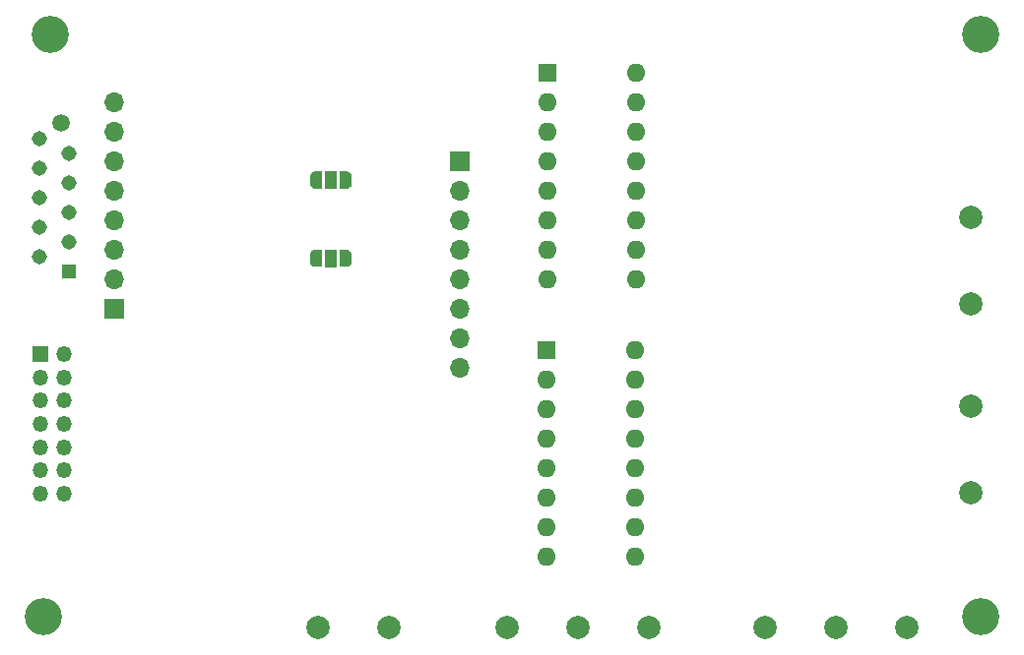
<source format=gbr>
G04 #@! TF.GenerationSoftware,KiCad,Pcbnew,(5.1.9-0-10_14)*
G04 #@! TF.CreationDate,2021-05-04T17:31:03+02:00*
G04 #@! TF.ProjectId,dac-i2s-nos,6461632d-6932-4732-9d6e-6f732e6b6963,rev?*
G04 #@! TF.SameCoordinates,Original*
G04 #@! TF.FileFunction,Soldermask,Bot*
G04 #@! TF.FilePolarity,Negative*
%FSLAX46Y46*%
G04 Gerber Fmt 4.6, Leading zero omitted, Abs format (unit mm)*
G04 Created by KiCad (PCBNEW (5.1.9-0-10_14)) date 2021-05-04 17:31:03*
%MOMM*%
%LPD*%
G01*
G04 APERTURE LIST*
%ADD10O,1.350000X1.350000*%
%ADD11R,1.350000X1.350000*%
%ADD12O,1.700000X1.700000*%
%ADD13R,1.700000X1.700000*%
%ADD14C,2.000000*%
%ADD15O,1.600000X1.600000*%
%ADD16R,1.600000X1.600000*%
%ADD17R,1.000000X1.500000*%
%ADD18C,0.100000*%
%ADD19R,1.308000X1.308000*%
%ADD20C,1.308000*%
%ADD21C,1.500000*%
%ADD22C,3.200000*%
G04 APERTURE END LIST*
D10*
X114808000Y-105599000D03*
X112808000Y-105599000D03*
X114808000Y-103599000D03*
X112808000Y-103599000D03*
X114808000Y-101599000D03*
X112808000Y-101599000D03*
X114808000Y-99599000D03*
X112808000Y-99599000D03*
X114808000Y-97599000D03*
X112808000Y-97599000D03*
X114808000Y-95599000D03*
X112808000Y-95599000D03*
X114808000Y-93599000D03*
D11*
X112808000Y-93599000D03*
D12*
X148844000Y-94742000D03*
X148844000Y-92202000D03*
X148844000Y-89662000D03*
X148844000Y-87122000D03*
X148844000Y-84582000D03*
X148844000Y-82042000D03*
X148844000Y-79502000D03*
D13*
X148844000Y-76962000D03*
D14*
X192786000Y-98044000D03*
X192786000Y-105537000D03*
D15*
X163978000Y-93218000D03*
X156358000Y-110998000D03*
X163978000Y-95758000D03*
X156358000Y-108458000D03*
X163978000Y-98298000D03*
X156358000Y-105918000D03*
X163978000Y-100838000D03*
X156358000Y-103378000D03*
X163978000Y-103378000D03*
X156358000Y-100838000D03*
X163978000Y-105918000D03*
X156358000Y-98298000D03*
X163978000Y-108458000D03*
X156358000Y-95758000D03*
X163978000Y-110998000D03*
D16*
X156358000Y-93218000D03*
D14*
X181229000Y-117157500D03*
X175133000Y-117157500D03*
X187325000Y-117157500D03*
X192786000Y-89281000D03*
X192786000Y-81788000D03*
X159004000Y-117157500D03*
X152908000Y-117157500D03*
X165100000Y-117157500D03*
D15*
X164002501Y-69393001D03*
X156382501Y-87173001D03*
X164002501Y-71933001D03*
X156382501Y-84633001D03*
X164002501Y-74473001D03*
X156382501Y-82093001D03*
X164002501Y-77013001D03*
X156382501Y-79553001D03*
X164002501Y-79553001D03*
X156382501Y-77013001D03*
X164002501Y-82093001D03*
X156382501Y-74473001D03*
X164002501Y-84633001D03*
X156382501Y-71933001D03*
X164002501Y-87173001D03*
D16*
X156382501Y-69393001D03*
D17*
X137795000Y-78613000D03*
D18*
G36*
X139095000Y-77863602D02*
G01*
X139119534Y-77863602D01*
X139168365Y-77868412D01*
X139216490Y-77877984D01*
X139263445Y-77892228D01*
X139308778Y-77911005D01*
X139352051Y-77934136D01*
X139392850Y-77961396D01*
X139430779Y-77992524D01*
X139465476Y-78027221D01*
X139496604Y-78065150D01*
X139523864Y-78105949D01*
X139546995Y-78149222D01*
X139565772Y-78194555D01*
X139580016Y-78241510D01*
X139589588Y-78289635D01*
X139594398Y-78338466D01*
X139594398Y-78363000D01*
X139595000Y-78363000D01*
X139595000Y-78863000D01*
X139594398Y-78863000D01*
X139594398Y-78887534D01*
X139589588Y-78936365D01*
X139580016Y-78984490D01*
X139565772Y-79031445D01*
X139546995Y-79076778D01*
X139523864Y-79120051D01*
X139496604Y-79160850D01*
X139465476Y-79198779D01*
X139430779Y-79233476D01*
X139392850Y-79264604D01*
X139352051Y-79291864D01*
X139308778Y-79314995D01*
X139263445Y-79333772D01*
X139216490Y-79348016D01*
X139168365Y-79357588D01*
X139119534Y-79362398D01*
X139095000Y-79362398D01*
X139095000Y-79363000D01*
X138545000Y-79363000D01*
X138545000Y-77863000D01*
X139095000Y-77863000D01*
X139095000Y-77863602D01*
G37*
G36*
X137045000Y-79363000D02*
G01*
X136495000Y-79363000D01*
X136495000Y-79362398D01*
X136470466Y-79362398D01*
X136421635Y-79357588D01*
X136373510Y-79348016D01*
X136326555Y-79333772D01*
X136281222Y-79314995D01*
X136237949Y-79291864D01*
X136197150Y-79264604D01*
X136159221Y-79233476D01*
X136124524Y-79198779D01*
X136093396Y-79160850D01*
X136066136Y-79120051D01*
X136043005Y-79076778D01*
X136024228Y-79031445D01*
X136009984Y-78984490D01*
X136000412Y-78936365D01*
X135995602Y-78887534D01*
X135995602Y-78863000D01*
X135995000Y-78863000D01*
X135995000Y-78363000D01*
X135995602Y-78363000D01*
X135995602Y-78338466D01*
X136000412Y-78289635D01*
X136009984Y-78241510D01*
X136024228Y-78194555D01*
X136043005Y-78149222D01*
X136066136Y-78105949D01*
X136093396Y-78065150D01*
X136124524Y-78027221D01*
X136159221Y-77992524D01*
X136197150Y-77961396D01*
X136237949Y-77934136D01*
X136281222Y-77911005D01*
X136326555Y-77892228D01*
X136373510Y-77877984D01*
X136421635Y-77868412D01*
X136470466Y-77863602D01*
X136495000Y-77863602D01*
X136495000Y-77863000D01*
X137045000Y-77863000D01*
X137045000Y-79363000D01*
G37*
D17*
X137765000Y-85344000D03*
D18*
G36*
X139065000Y-84594602D02*
G01*
X139089534Y-84594602D01*
X139138365Y-84599412D01*
X139186490Y-84608984D01*
X139233445Y-84623228D01*
X139278778Y-84642005D01*
X139322051Y-84665136D01*
X139362850Y-84692396D01*
X139400779Y-84723524D01*
X139435476Y-84758221D01*
X139466604Y-84796150D01*
X139493864Y-84836949D01*
X139516995Y-84880222D01*
X139535772Y-84925555D01*
X139550016Y-84972510D01*
X139559588Y-85020635D01*
X139564398Y-85069466D01*
X139564398Y-85094000D01*
X139565000Y-85094000D01*
X139565000Y-85594000D01*
X139564398Y-85594000D01*
X139564398Y-85618534D01*
X139559588Y-85667365D01*
X139550016Y-85715490D01*
X139535772Y-85762445D01*
X139516995Y-85807778D01*
X139493864Y-85851051D01*
X139466604Y-85891850D01*
X139435476Y-85929779D01*
X139400779Y-85964476D01*
X139362850Y-85995604D01*
X139322051Y-86022864D01*
X139278778Y-86045995D01*
X139233445Y-86064772D01*
X139186490Y-86079016D01*
X139138365Y-86088588D01*
X139089534Y-86093398D01*
X139065000Y-86093398D01*
X139065000Y-86094000D01*
X138515000Y-86094000D01*
X138515000Y-84594000D01*
X139065000Y-84594000D01*
X139065000Y-84594602D01*
G37*
G36*
X137015000Y-86094000D02*
G01*
X136465000Y-86094000D01*
X136465000Y-86093398D01*
X136440466Y-86093398D01*
X136391635Y-86088588D01*
X136343510Y-86079016D01*
X136296555Y-86064772D01*
X136251222Y-86045995D01*
X136207949Y-86022864D01*
X136167150Y-85995604D01*
X136129221Y-85964476D01*
X136094524Y-85929779D01*
X136063396Y-85891850D01*
X136036136Y-85851051D01*
X136013005Y-85807778D01*
X135994228Y-85762445D01*
X135979984Y-85715490D01*
X135970412Y-85667365D01*
X135965602Y-85618534D01*
X135965602Y-85594000D01*
X135965000Y-85594000D01*
X135965000Y-85094000D01*
X135965602Y-85094000D01*
X135965602Y-85069466D01*
X135970412Y-85020635D01*
X135979984Y-84972510D01*
X135994228Y-84925555D01*
X136013005Y-84880222D01*
X136036136Y-84836949D01*
X136063396Y-84796150D01*
X136094524Y-84758221D01*
X136129221Y-84723524D01*
X136167150Y-84692396D01*
X136207949Y-84665136D01*
X136251222Y-84642005D01*
X136296555Y-84623228D01*
X136343510Y-84608984D01*
X136391635Y-84599412D01*
X136440466Y-84594602D01*
X136465000Y-84594602D01*
X136465000Y-84594000D01*
X137015000Y-84594000D01*
X137015000Y-86094000D01*
G37*
D19*
X115294000Y-86490000D03*
D20*
X112754000Y-85220000D03*
X115294000Y-83950000D03*
X112754000Y-82680000D03*
X115294000Y-81410000D03*
X112754000Y-80140000D03*
X115294000Y-78870000D03*
X112754000Y-77600000D03*
X115294000Y-76330000D03*
X112754000Y-75060000D03*
D21*
X114554000Y-73660000D03*
D12*
X119126000Y-71882000D03*
X119126000Y-74422000D03*
X119126000Y-76962000D03*
X119126000Y-79502000D03*
X119126000Y-82042000D03*
X119126000Y-84582000D03*
X119126000Y-87122000D03*
D13*
X119126000Y-89662000D03*
D14*
X142811500Y-117094000D03*
X136715500Y-117094000D03*
D22*
X113030000Y-116205000D03*
X193675000Y-116205000D03*
X193675000Y-66040000D03*
X113665000Y-66040000D03*
M02*

</source>
